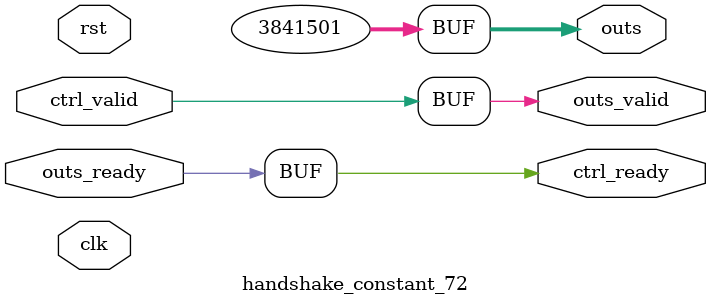
<source format=v>
`timescale 1ns / 1ps
module handshake_constant_72 #(
  parameter DATA_WIDTH = 32  // Default set to 32 bits
) (
  input                       clk,
  input                       rst,
  // Input Channel
  input                       ctrl_valid,
  output                      ctrl_ready,
  // Output Channel
  output [DATA_WIDTH - 1 : 0] outs,
  output                      outs_valid,
  input                       outs_ready
);
  assign outs       = 23'b01110101001110111011101;
  assign outs_valid = ctrl_valid;
  assign ctrl_ready = outs_ready;

endmodule

</source>
